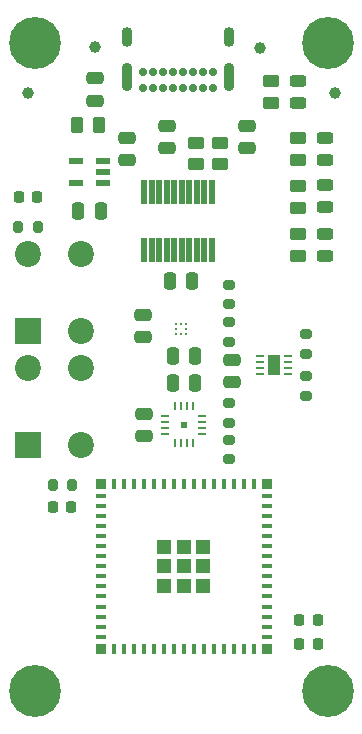
<source format=gts>
%TF.GenerationSoftware,KiCad,Pcbnew,(6.0.2-0)*%
%TF.CreationDate,2022-06-16T14:33:15-07:00*%
%TF.ProjectId,delta,64656c74-612e-46b6-9963-61645f706362,v1*%
%TF.SameCoordinates,Original*%
%TF.FileFunction,Soldermask,Top*%
%TF.FilePolarity,Negative*%
%FSLAX46Y46*%
G04 Gerber Fmt 4.6, Leading zero omitted, Abs format (unit mm)*
G04 Created by KiCad (PCBNEW (6.0.2-0)) date 2022-06-16 14:33:15*
%MOMM*%
%LPD*%
G01*
G04 APERTURE LIST*
G04 Aperture macros list*
%AMRoundRect*
0 Rectangle with rounded corners*
0 $1 Rounding radius*
0 $2 $3 $4 $5 $6 $7 $8 $9 X,Y pos of 4 corners*
0 Add a 4 corners polygon primitive as box body*
4,1,4,$2,$3,$4,$5,$6,$7,$8,$9,$2,$3,0*
0 Add four circle primitives for the rounded corners*
1,1,$1+$1,$2,$3*
1,1,$1+$1,$4,$5*
1,1,$1+$1,$6,$7*
1,1,$1+$1,$8,$9*
0 Add four rect primitives between the rounded corners*
20,1,$1+$1,$2,$3,$4,$5,0*
20,1,$1+$1,$4,$5,$6,$7,0*
20,1,$1+$1,$6,$7,$8,$9,0*
20,1,$1+$1,$8,$9,$2,$3,0*%
G04 Aperture macros list end*
%ADD10RoundRect,0.200000X-0.200000X-0.275000X0.200000X-0.275000X0.200000X0.275000X-0.200000X0.275000X0*%
%ADD11RoundRect,0.225000X-0.225000X-0.250000X0.225000X-0.250000X0.225000X0.250000X-0.225000X0.250000X0*%
%ADD12RoundRect,0.225000X0.225000X0.250000X-0.225000X0.250000X-0.225000X-0.250000X0.225000X-0.250000X0*%
%ADD13C,2.200000*%
%ADD14R,2.200000X2.200000*%
%ADD15RoundRect,0.200000X-0.275000X0.200000X-0.275000X-0.200000X0.275000X-0.200000X0.275000X0.200000X0*%
%ADD16RoundRect,0.200000X0.275000X-0.200000X0.275000X0.200000X-0.275000X0.200000X-0.275000X-0.200000X0*%
%ADD17R,0.500000X0.500000*%
%ADD18R,0.660000X0.280000*%
%ADD19R,0.280000X0.660000*%
%ADD20RoundRect,0.250000X0.475000X-0.250000X0.475000X0.250000X-0.475000X0.250000X-0.475000X-0.250000X0*%
%ADD21RoundRect,0.250000X0.262500X0.450000X-0.262500X0.450000X-0.262500X-0.450000X0.262500X-0.450000X0*%
%ADD22RoundRect,0.250000X0.250000X0.475000X-0.250000X0.475000X-0.250000X-0.475000X0.250000X-0.475000X0*%
%ADD23C,4.400000*%
%ADD24RoundRect,0.243750X-0.456250X0.243750X-0.456250X-0.243750X0.456250X-0.243750X0.456250X0.243750X0*%
%ADD25RoundRect,0.008200X0.196800X-0.976800X0.196800X0.976800X-0.196800X0.976800X-0.196800X-0.976800X0*%
%ADD26RoundRect,0.008200X-0.196800X0.976800X-0.196800X-0.976800X0.196800X-0.976800X0.196800X0.976800X0*%
%ADD27RoundRect,0.250000X-0.450000X0.262500X-0.450000X-0.262500X0.450000X-0.262500X0.450000X0.262500X0*%
%ADD28C,1.000000*%
%ADD29RoundRect,0.250000X-0.475000X0.250000X-0.475000X-0.250000X0.475000X-0.250000X0.475000X0.250000X0*%
%ADD30RoundRect,0.243750X0.456250X-0.243750X0.456250X0.243750X-0.456250X0.243750X-0.456250X-0.243750X0*%
%ADD31C,0.700000*%
%ADD32O,0.900000X1.700000*%
%ADD33O,0.900000X2.400000*%
%ADD34RoundRect,0.250000X0.450000X-0.262500X0.450000X0.262500X-0.450000X0.262500X-0.450000X-0.262500X0*%
%ADD35C,0.240000*%
%ADD36RoundRect,0.250000X-0.250000X-0.475000X0.250000X-0.475000X0.250000X0.475000X-0.250000X0.475000X0*%
%ADD37R,0.812800X0.406400*%
%ADD38R,0.406400X0.812800*%
%ADD39R,1.193800X1.193800*%
%ADD40R,0.812800X0.812800*%
%ADD41R,1.160000X0.490000*%
%ADD42R,1.180000X0.490000*%
%ADD43R,0.700000X0.250000*%
%ADD44R,1.100000X1.800000*%
G04 APERTURE END LIST*
D10*
X113855000Y-88138000D03*
X112205000Y-88138000D03*
X115126000Y-109982000D03*
X116776000Y-109982000D03*
D11*
X136004000Y-123444000D03*
X137554000Y-123444000D03*
D12*
X137554000Y-121412000D03*
X136004000Y-121412000D03*
D11*
X115163000Y-111887000D03*
X116713000Y-111887000D03*
D13*
X117566000Y-96924000D03*
X117566000Y-90424000D03*
X113066000Y-90424000D03*
D14*
X113066000Y-96924000D03*
X113066000Y-106628000D03*
D13*
X113066000Y-100128000D03*
X117566000Y-100128000D03*
X117566000Y-106628000D03*
D11*
X112255000Y-85598000D03*
X113805000Y-85598000D03*
D15*
X136582000Y-100775000D03*
X136582000Y-102425000D03*
D16*
X136582000Y-98869000D03*
X136582000Y-97219000D03*
D15*
X130048000Y-96203000D03*
X130048000Y-97853000D03*
D16*
X130048000Y-94678000D03*
X130048000Y-93028000D03*
D15*
X130048000Y-107822000D03*
X130048000Y-106172000D03*
D16*
X130048000Y-104711000D03*
X130048000Y-103061000D03*
D17*
X126226000Y-104902000D03*
D18*
X127786000Y-104152000D03*
X127786000Y-104652000D03*
X127786000Y-105152000D03*
X127786000Y-105652000D03*
D19*
X126976000Y-106462000D03*
X126476000Y-106462000D03*
X125976000Y-106462000D03*
X125476000Y-106462000D03*
D18*
X124666000Y-105652000D03*
X124666000Y-105152000D03*
X124666000Y-104652000D03*
X124666000Y-104152000D03*
D19*
X125476000Y-103342000D03*
X125976000Y-103342000D03*
X126476000Y-103342000D03*
X126976000Y-103342000D03*
D20*
X131572000Y-81468000D03*
X131572000Y-79568000D03*
D21*
X119022500Y-79502000D03*
X117197500Y-79502000D03*
D22*
X127176000Y-101346000D03*
X125276000Y-101346000D03*
D23*
X113600000Y-72600000D03*
D24*
X138176000Y-80596500D03*
X138176000Y-82471500D03*
D25*
X122872500Y-90100000D03*
X123507500Y-90100000D03*
X124142500Y-90100000D03*
X124777500Y-90100000D03*
X125412500Y-90100000D03*
X126047500Y-90100000D03*
X126682500Y-90100000D03*
X127317500Y-90100000D03*
X127952500Y-90100000D03*
X128587500Y-90100000D03*
D26*
X128587500Y-85160000D03*
X127952500Y-85160000D03*
X127317500Y-85160000D03*
X126682500Y-85160000D03*
X126047500Y-85160000D03*
X125412500Y-85160000D03*
X124777500Y-85160000D03*
X124142500Y-85160000D03*
X123507500Y-85160000D03*
X122872500Y-85160000D03*
D27*
X133604000Y-75795500D03*
X133604000Y-77620500D03*
D28*
X132715000Y-73025000D03*
D22*
X127188000Y-99060000D03*
X125288000Y-99060000D03*
D29*
X122809000Y-97470000D03*
X122809000Y-95570000D03*
D30*
X138176000Y-90581000D03*
X138176000Y-88706000D03*
D31*
X128705000Y-76415000D03*
X127855000Y-76415000D03*
X127005000Y-76415000D03*
X126155000Y-76415000D03*
X125305000Y-76415000D03*
X124455000Y-76415000D03*
X123605000Y-76415000D03*
X122755000Y-76415000D03*
X122755000Y-75065000D03*
X123605000Y-75065000D03*
X124455000Y-75065000D03*
X125305000Y-75065000D03*
X126155000Y-75065000D03*
X127005000Y-75065000D03*
X127855000Y-75065000D03*
X128705000Y-75065000D03*
D32*
X121405000Y-72055000D03*
X130055000Y-72055000D03*
D33*
X130055000Y-75435000D03*
X121405000Y-75435000D03*
D34*
X135890000Y-86510500D03*
X135890000Y-84685500D03*
D20*
X130302000Y-101280000D03*
X130302000Y-99380000D03*
D34*
X135890000Y-82446500D03*
X135890000Y-80621500D03*
D20*
X124841000Y-81468000D03*
X124841000Y-79568000D03*
X118745000Y-77465000D03*
X118745000Y-75565000D03*
D24*
X135890000Y-75770500D03*
X135890000Y-77645500D03*
D28*
X113030000Y-76835000D03*
D23*
X138400000Y-127400000D03*
D30*
X138176000Y-86487000D03*
X138176000Y-84612000D03*
D20*
X121412000Y-82484000D03*
X121412000Y-80584000D03*
D35*
X125584000Y-96374000D03*
X125984000Y-96374000D03*
X126384000Y-96374000D03*
X125584000Y-96774000D03*
X126384000Y-96774000D03*
X125584000Y-97174000D03*
X125984000Y-97174000D03*
X126384000Y-97174000D03*
D34*
X127225000Y-82827500D03*
X127225000Y-81002500D03*
D36*
X117293511Y-86800511D03*
X119193511Y-86800511D03*
D34*
X129286000Y-82827500D03*
X129286000Y-81002500D03*
D29*
X122858000Y-105852000D03*
X122858000Y-103952000D03*
D23*
X138400000Y-72600000D03*
X113600000Y-127400000D03*
D22*
X126934000Y-92710000D03*
X125034000Y-92710000D03*
D37*
X133237999Y-122838486D03*
X133237999Y-121988485D03*
X133237999Y-121138485D03*
X133237999Y-120288486D03*
X133237999Y-119438485D03*
X133237999Y-118588485D03*
X133237999Y-117738486D03*
X133237999Y-116888485D03*
X133237999Y-116038485D03*
X133237999Y-115188486D03*
X133237999Y-114338485D03*
X133237999Y-113488485D03*
X133237999Y-112638486D03*
X133237999Y-111788485D03*
X133237999Y-110938485D03*
D38*
X132188001Y-109888487D03*
X131338000Y-109888487D03*
X130487999Y-109888487D03*
X129638001Y-109888487D03*
X128788000Y-109888487D03*
X127937999Y-109888487D03*
X127088001Y-109888487D03*
X126238000Y-109888487D03*
X125387999Y-109888487D03*
X124538001Y-109888487D03*
X123688000Y-109888487D03*
X122837999Y-109888487D03*
X121988001Y-109888487D03*
X121138000Y-109888487D03*
X120287999Y-109888487D03*
D37*
X119238001Y-110938485D03*
X119238001Y-111788485D03*
X119238001Y-112638486D03*
X119238001Y-113488485D03*
X119238001Y-114338485D03*
X119238001Y-115188486D03*
X119238001Y-116038485D03*
X119238001Y-116888485D03*
X119238001Y-117738486D03*
X119238001Y-118588485D03*
X119238001Y-119438485D03*
X119238001Y-120288486D03*
X119238001Y-121138485D03*
X119238001Y-121988485D03*
X119238001Y-122838486D03*
D38*
X120287999Y-123888484D03*
X121138000Y-123888484D03*
X121988001Y-123888484D03*
X122837999Y-123888484D03*
X123688000Y-123888484D03*
X124538001Y-123888484D03*
X125387999Y-123888484D03*
X126238000Y-123888484D03*
X127088001Y-123888484D03*
X127937999Y-123888484D03*
X128788000Y-123888484D03*
X129638001Y-123888484D03*
X130487999Y-123888484D03*
X131338000Y-123888484D03*
X132188001Y-123888484D03*
D39*
X126238000Y-116888485D03*
D40*
X133237999Y-123888484D03*
X133237999Y-109888484D03*
X119238001Y-109888484D03*
X119238001Y-123888484D03*
D39*
X127888000Y-118538485D03*
X126238000Y-118538485D03*
X124588000Y-118538485D03*
X127888000Y-116888485D03*
X124588000Y-116888485D03*
X127888000Y-115238485D03*
X126238000Y-115238485D03*
X124588000Y-115238485D03*
D34*
X135890000Y-90574500D03*
X135890000Y-88749500D03*
D41*
X119393511Y-84448511D03*
X119393511Y-83498511D03*
X119393511Y-82548511D03*
D42*
X117093511Y-82548511D03*
X117093511Y-84448511D03*
D28*
X118745000Y-72898000D03*
D43*
X135058000Y-100572000D03*
X135058000Y-100072000D03*
X135058000Y-99572000D03*
X135058000Y-99072000D03*
X132658000Y-99072000D03*
X132658000Y-99572000D03*
X132658000Y-100072000D03*
X132658000Y-100572000D03*
D44*
X133858000Y-99822000D03*
D28*
X139065000Y-76835000D03*
M02*

</source>
